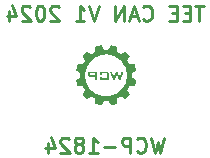
<source format=gbr>
%TF.GenerationSoftware,KiCad,Pcbnew,8.0.7-8.0.7-0~ubuntu24.04.1*%
%TF.CreationDate,2024-12-14T15:03:20-08:00*%
%TF.ProjectId,TEE-CAN,5445452d-4341-44e2-9e6b-696361645f70,1*%
%TF.SameCoordinates,Original*%
%TF.FileFunction,Legend,Bot*%
%TF.FilePolarity,Positive*%
%FSLAX46Y46*%
G04 Gerber Fmt 4.6, Leading zero omitted, Abs format (unit mm)*
G04 Created by KiCad (PCBNEW 8.0.7-8.0.7-0~ubuntu24.04.1) date 2024-12-14 15:03:20*
%MOMM*%
%LPD*%
G01*
G04 APERTURE LIST*
%ADD10C,0.254000*%
%ADD11C,0.000000*%
G04 APERTURE END LIST*
D10*
X214324524Y-138515368D02*
X214022143Y-139785368D01*
X214022143Y-139785368D02*
X213780238Y-138878225D01*
X213780238Y-138878225D02*
X213538333Y-139785368D01*
X213538333Y-139785368D02*
X213235953Y-138515368D01*
X212026428Y-139664415D02*
X212086904Y-139724892D01*
X212086904Y-139724892D02*
X212268333Y-139785368D01*
X212268333Y-139785368D02*
X212389285Y-139785368D01*
X212389285Y-139785368D02*
X212570714Y-139724892D01*
X212570714Y-139724892D02*
X212691666Y-139603939D01*
X212691666Y-139603939D02*
X212752143Y-139482987D01*
X212752143Y-139482987D02*
X212812619Y-139241082D01*
X212812619Y-139241082D02*
X212812619Y-139059653D01*
X212812619Y-139059653D02*
X212752143Y-138817749D01*
X212752143Y-138817749D02*
X212691666Y-138696796D01*
X212691666Y-138696796D02*
X212570714Y-138575844D01*
X212570714Y-138575844D02*
X212389285Y-138515368D01*
X212389285Y-138515368D02*
X212268333Y-138515368D01*
X212268333Y-138515368D02*
X212086904Y-138575844D01*
X212086904Y-138575844D02*
X212026428Y-138636320D01*
X211482143Y-139785368D02*
X211482143Y-138515368D01*
X211482143Y-138515368D02*
X210998333Y-138515368D01*
X210998333Y-138515368D02*
X210877381Y-138575844D01*
X210877381Y-138575844D02*
X210816904Y-138636320D01*
X210816904Y-138636320D02*
X210756428Y-138757272D01*
X210756428Y-138757272D02*
X210756428Y-138938701D01*
X210756428Y-138938701D02*
X210816904Y-139059653D01*
X210816904Y-139059653D02*
X210877381Y-139120130D01*
X210877381Y-139120130D02*
X210998333Y-139180606D01*
X210998333Y-139180606D02*
X211482143Y-139180606D01*
X210212143Y-139301558D02*
X209244524Y-139301558D01*
X207974523Y-139785368D02*
X208700238Y-139785368D01*
X208337381Y-139785368D02*
X208337381Y-138515368D01*
X208337381Y-138515368D02*
X208458333Y-138696796D01*
X208458333Y-138696796D02*
X208579285Y-138817749D01*
X208579285Y-138817749D02*
X208700238Y-138878225D01*
X207248809Y-139059653D02*
X207369761Y-138999177D01*
X207369761Y-138999177D02*
X207430238Y-138938701D01*
X207430238Y-138938701D02*
X207490714Y-138817749D01*
X207490714Y-138817749D02*
X207490714Y-138757272D01*
X207490714Y-138757272D02*
X207430238Y-138636320D01*
X207430238Y-138636320D02*
X207369761Y-138575844D01*
X207369761Y-138575844D02*
X207248809Y-138515368D01*
X207248809Y-138515368D02*
X207006904Y-138515368D01*
X207006904Y-138515368D02*
X206885952Y-138575844D01*
X206885952Y-138575844D02*
X206825476Y-138636320D01*
X206825476Y-138636320D02*
X206764999Y-138757272D01*
X206764999Y-138757272D02*
X206764999Y-138817749D01*
X206764999Y-138817749D02*
X206825476Y-138938701D01*
X206825476Y-138938701D02*
X206885952Y-138999177D01*
X206885952Y-138999177D02*
X207006904Y-139059653D01*
X207006904Y-139059653D02*
X207248809Y-139059653D01*
X207248809Y-139059653D02*
X207369761Y-139120130D01*
X207369761Y-139120130D02*
X207430238Y-139180606D01*
X207430238Y-139180606D02*
X207490714Y-139301558D01*
X207490714Y-139301558D02*
X207490714Y-139543463D01*
X207490714Y-139543463D02*
X207430238Y-139664415D01*
X207430238Y-139664415D02*
X207369761Y-139724892D01*
X207369761Y-139724892D02*
X207248809Y-139785368D01*
X207248809Y-139785368D02*
X207006904Y-139785368D01*
X207006904Y-139785368D02*
X206885952Y-139724892D01*
X206885952Y-139724892D02*
X206825476Y-139664415D01*
X206825476Y-139664415D02*
X206764999Y-139543463D01*
X206764999Y-139543463D02*
X206764999Y-139301558D01*
X206764999Y-139301558D02*
X206825476Y-139180606D01*
X206825476Y-139180606D02*
X206885952Y-139120130D01*
X206885952Y-139120130D02*
X207006904Y-139059653D01*
X206281190Y-138636320D02*
X206220714Y-138575844D01*
X206220714Y-138575844D02*
X206099761Y-138515368D01*
X206099761Y-138515368D02*
X205797380Y-138515368D01*
X205797380Y-138515368D02*
X205676428Y-138575844D01*
X205676428Y-138575844D02*
X205615952Y-138636320D01*
X205615952Y-138636320D02*
X205555475Y-138757272D01*
X205555475Y-138757272D02*
X205555475Y-138878225D01*
X205555475Y-138878225D02*
X205615952Y-139059653D01*
X205615952Y-139059653D02*
X206341666Y-139785368D01*
X206341666Y-139785368D02*
X205555475Y-139785368D01*
X204466904Y-138938701D02*
X204466904Y-139785368D01*
X204769285Y-138454892D02*
X205071666Y-139362034D01*
X205071666Y-139362034D02*
X204285475Y-139362034D01*
X217680952Y-127339368D02*
X216955238Y-127339368D01*
X217318095Y-128609368D02*
X217318095Y-127339368D01*
X216531905Y-127944130D02*
X216108571Y-127944130D01*
X215927143Y-128609368D02*
X216531905Y-128609368D01*
X216531905Y-128609368D02*
X216531905Y-127339368D01*
X216531905Y-127339368D02*
X215927143Y-127339368D01*
X215382857Y-127944130D02*
X214959523Y-127944130D01*
X214778095Y-128609368D02*
X215382857Y-128609368D01*
X215382857Y-128609368D02*
X215382857Y-127339368D01*
X215382857Y-127339368D02*
X214778095Y-127339368D01*
X212540475Y-128488415D02*
X212600951Y-128548892D01*
X212600951Y-128548892D02*
X212782380Y-128609368D01*
X212782380Y-128609368D02*
X212903332Y-128609368D01*
X212903332Y-128609368D02*
X213084761Y-128548892D01*
X213084761Y-128548892D02*
X213205713Y-128427939D01*
X213205713Y-128427939D02*
X213266190Y-128306987D01*
X213266190Y-128306987D02*
X213326666Y-128065082D01*
X213326666Y-128065082D02*
X213326666Y-127883653D01*
X213326666Y-127883653D02*
X213266190Y-127641749D01*
X213266190Y-127641749D02*
X213205713Y-127520796D01*
X213205713Y-127520796D02*
X213084761Y-127399844D01*
X213084761Y-127399844D02*
X212903332Y-127339368D01*
X212903332Y-127339368D02*
X212782380Y-127339368D01*
X212782380Y-127339368D02*
X212600951Y-127399844D01*
X212600951Y-127399844D02*
X212540475Y-127460320D01*
X212056666Y-128246511D02*
X211451904Y-128246511D01*
X212177618Y-128609368D02*
X211754285Y-127339368D01*
X211754285Y-127339368D02*
X211330951Y-128609368D01*
X210907619Y-128609368D02*
X210907619Y-127339368D01*
X210907619Y-127339368D02*
X210181904Y-128609368D01*
X210181904Y-128609368D02*
X210181904Y-127339368D01*
X208790952Y-127339368D02*
X208367619Y-128609368D01*
X208367619Y-128609368D02*
X207944285Y-127339368D01*
X206855714Y-128609368D02*
X207581429Y-128609368D01*
X207218572Y-128609368D02*
X207218572Y-127339368D01*
X207218572Y-127339368D02*
X207339524Y-127520796D01*
X207339524Y-127520796D02*
X207460476Y-127641749D01*
X207460476Y-127641749D02*
X207581429Y-127702225D01*
X205404286Y-127460320D02*
X205343810Y-127399844D01*
X205343810Y-127399844D02*
X205222857Y-127339368D01*
X205222857Y-127339368D02*
X204920476Y-127339368D01*
X204920476Y-127339368D02*
X204799524Y-127399844D01*
X204799524Y-127399844D02*
X204739048Y-127460320D01*
X204739048Y-127460320D02*
X204678571Y-127581272D01*
X204678571Y-127581272D02*
X204678571Y-127702225D01*
X204678571Y-127702225D02*
X204739048Y-127883653D01*
X204739048Y-127883653D02*
X205464762Y-128609368D01*
X205464762Y-128609368D02*
X204678571Y-128609368D01*
X203892381Y-127339368D02*
X203771428Y-127339368D01*
X203771428Y-127339368D02*
X203650476Y-127399844D01*
X203650476Y-127399844D02*
X203590000Y-127460320D01*
X203590000Y-127460320D02*
X203529524Y-127581272D01*
X203529524Y-127581272D02*
X203469047Y-127823177D01*
X203469047Y-127823177D02*
X203469047Y-128125558D01*
X203469047Y-128125558D02*
X203529524Y-128367463D01*
X203529524Y-128367463D02*
X203590000Y-128488415D01*
X203590000Y-128488415D02*
X203650476Y-128548892D01*
X203650476Y-128548892D02*
X203771428Y-128609368D01*
X203771428Y-128609368D02*
X203892381Y-128609368D01*
X203892381Y-128609368D02*
X204013333Y-128548892D01*
X204013333Y-128548892D02*
X204073809Y-128488415D01*
X204073809Y-128488415D02*
X204134286Y-128367463D01*
X204134286Y-128367463D02*
X204194762Y-128125558D01*
X204194762Y-128125558D02*
X204194762Y-127823177D01*
X204194762Y-127823177D02*
X204134286Y-127581272D01*
X204134286Y-127581272D02*
X204073809Y-127460320D01*
X204073809Y-127460320D02*
X204013333Y-127399844D01*
X204013333Y-127399844D02*
X203892381Y-127339368D01*
X202985238Y-127460320D02*
X202924762Y-127399844D01*
X202924762Y-127399844D02*
X202803809Y-127339368D01*
X202803809Y-127339368D02*
X202501428Y-127339368D01*
X202501428Y-127339368D02*
X202380476Y-127399844D01*
X202380476Y-127399844D02*
X202320000Y-127460320D01*
X202320000Y-127460320D02*
X202259523Y-127581272D01*
X202259523Y-127581272D02*
X202259523Y-127702225D01*
X202259523Y-127702225D02*
X202320000Y-127883653D01*
X202320000Y-127883653D02*
X203045714Y-128609368D01*
X203045714Y-128609368D02*
X202259523Y-128609368D01*
X201170952Y-127762701D02*
X201170952Y-128609368D01*
X201473333Y-127278892D02*
X201775714Y-128186034D01*
X201775714Y-128186034D02*
X200989523Y-128186034D01*
D11*
%TO.C,G\u002A\u002A\u002A*%
G36*
X208645511Y-133171857D02*
G01*
X208645637Y-133222741D01*
X208645694Y-133274517D01*
X208645682Y-133326184D01*
X208645600Y-133376739D01*
X208645449Y-133425180D01*
X208645226Y-133470506D01*
X208644933Y-133511715D01*
X208644567Y-133547804D01*
X208644129Y-133577773D01*
X208643618Y-133600618D01*
X208643033Y-133615339D01*
X208642374Y-133620933D01*
X208641775Y-133621318D01*
X208633421Y-133622886D01*
X208617701Y-133623915D01*
X208596805Y-133624437D01*
X208572924Y-133624484D01*
X208548248Y-133624086D01*
X208524967Y-133623276D01*
X208505271Y-133622084D01*
X208491350Y-133620542D01*
X208485396Y-133618682D01*
X208484586Y-133614630D01*
X208483400Y-133601428D01*
X208482145Y-133580615D01*
X208480896Y-133553639D01*
X208479725Y-133521946D01*
X208478706Y-133486985D01*
X208477956Y-133459760D01*
X208476909Y-133427600D01*
X208475828Y-133400002D01*
X208474774Y-133378363D01*
X208473811Y-133364085D01*
X208473000Y-133358565D01*
X208472858Y-133358504D01*
X208466237Y-133357921D01*
X208450564Y-133357195D01*
X208426825Y-133356353D01*
X208396003Y-133355424D01*
X208359083Y-133354435D01*
X208317050Y-133353414D01*
X208270888Y-133352390D01*
X208221580Y-133351391D01*
X208168360Y-133350353D01*
X208116492Y-133349254D01*
X208073114Y-133348126D01*
X208037335Y-133346842D01*
X208008267Y-133345280D01*
X207985022Y-133343313D01*
X207966710Y-133340818D01*
X207952442Y-133337669D01*
X207941330Y-133333741D01*
X207932485Y-133328910D01*
X207925017Y-133323051D01*
X207918038Y-133316040D01*
X207910660Y-133307751D01*
X207904503Y-133300399D01*
X207897836Y-133290743D01*
X207892725Y-133280019D01*
X207888991Y-133266930D01*
X207886454Y-133250176D01*
X207884932Y-133228460D01*
X207884245Y-133200483D01*
X207884214Y-133164947D01*
X207884535Y-133132761D01*
X208046320Y-133132761D01*
X208046358Y-133149806D01*
X208046731Y-133170338D01*
X208047804Y-133184086D01*
X208049933Y-133193131D01*
X208053476Y-133199559D01*
X208058790Y-133205450D01*
X208071259Y-133217920D01*
X208271606Y-133217920D01*
X208302131Y-133217909D01*
X208347520Y-133217823D01*
X208384206Y-133217621D01*
X208413116Y-133217266D01*
X208435174Y-133216722D01*
X208451304Y-133215952D01*
X208462430Y-133214920D01*
X208469478Y-133213589D01*
X208473372Y-133211922D01*
X208475037Y-133209884D01*
X208475599Y-133207107D01*
X208476596Y-133194996D01*
X208477396Y-133175710D01*
X208477928Y-133151227D01*
X208478120Y-133123524D01*
X208478120Y-133045200D01*
X208288890Y-133045321D01*
X208288585Y-133045321D01*
X208244851Y-133045474D01*
X208203607Y-133045854D01*
X208166132Y-133046430D01*
X208133702Y-133047175D01*
X208107598Y-133048058D01*
X208089096Y-133049050D01*
X208079477Y-133050121D01*
X208079072Y-133050216D01*
X208066252Y-133054023D01*
X208057277Y-133059567D01*
X208051471Y-133068530D01*
X208048160Y-133082595D01*
X208046668Y-133103445D01*
X208046320Y-133132761D01*
X207884535Y-133132761D01*
X207884657Y-133120553D01*
X207886300Y-132990167D01*
X207901766Y-132968153D01*
X207906785Y-132961736D01*
X207922892Y-132945731D01*
X207939866Y-132933440D01*
X207962500Y-132920740D01*
X208300320Y-132917688D01*
X208327367Y-132917451D01*
X208383771Y-132917000D01*
X208436787Y-132916636D01*
X208485570Y-132916361D01*
X208529272Y-132916178D01*
X208567047Y-132916089D01*
X208598049Y-132916096D01*
X208621432Y-132916201D01*
X208636348Y-132916408D01*
X208641950Y-132916718D01*
X208642123Y-132917129D01*
X208642773Y-132924808D01*
X208643359Y-132941394D01*
X208643882Y-132965885D01*
X208644340Y-132997280D01*
X208644732Y-133034577D01*
X208645059Y-133076773D01*
X208645319Y-133122867D01*
X208645322Y-133123524D01*
X208645511Y-133171857D01*
G37*
G36*
X209415879Y-132918816D02*
G01*
X209460605Y-132919173D01*
X209496395Y-132919785D01*
X209523573Y-132920656D01*
X209542469Y-132921790D01*
X209553406Y-132923193D01*
X209570587Y-132928728D01*
X209597313Y-132944636D01*
X209619584Y-132966920D01*
X209634667Y-132993223D01*
X209634724Y-132993372D01*
X209636836Y-132999550D01*
X209638599Y-133006695D01*
X209640045Y-133015725D01*
X209641205Y-133027561D01*
X209642110Y-133043121D01*
X209642792Y-133063325D01*
X209643282Y-133089092D01*
X209643610Y-133121342D01*
X209643809Y-133160993D01*
X209643909Y-133208966D01*
X209643942Y-133266180D01*
X209643938Y-133300039D01*
X209643871Y-133352400D01*
X209643705Y-133396054D01*
X209643410Y-133431928D01*
X209642956Y-133460949D01*
X209642316Y-133484046D01*
X209641459Y-133502145D01*
X209640358Y-133516173D01*
X209638983Y-133527060D01*
X209637306Y-133535730D01*
X209635296Y-133543114D01*
X209626681Y-133564023D01*
X209607623Y-133589617D01*
X209581467Y-133608020D01*
X209548494Y-133618988D01*
X209546602Y-133619274D01*
X209533945Y-133620185D01*
X209512705Y-133620981D01*
X209484102Y-133621662D01*
X209449356Y-133622225D01*
X209409690Y-133622667D01*
X209366324Y-133622986D01*
X209320479Y-133623180D01*
X209273376Y-133623247D01*
X209226236Y-133623185D01*
X209180280Y-133622990D01*
X209136729Y-133622662D01*
X209096804Y-133622198D01*
X209061726Y-133621596D01*
X209032716Y-133620852D01*
X209010995Y-133619967D01*
X208997964Y-133619232D01*
X208974374Y-133617565D01*
X208957675Y-133615544D01*
X208945592Y-133612707D01*
X208935854Y-133608594D01*
X208926186Y-133602741D01*
X208920000Y-133598109D01*
X208904375Y-133582748D01*
X208891861Y-133565882D01*
X208890875Y-133564182D01*
X208885918Y-133554664D01*
X208882221Y-133544677D01*
X208879439Y-133532284D01*
X208877222Y-133515550D01*
X208875224Y-133492540D01*
X208873096Y-133461316D01*
X208872774Y-133456192D01*
X208871092Y-133423525D01*
X208870515Y-133398583D01*
X208871046Y-133382157D01*
X208872691Y-133375037D01*
X208875802Y-133373440D01*
X208887556Y-133369645D01*
X208905749Y-133364751D01*
X208928198Y-133359253D01*
X208952727Y-133353641D01*
X208977153Y-133348410D01*
X208999299Y-133344052D01*
X209016985Y-133341058D01*
X209028030Y-133339923D01*
X209042000Y-133339840D01*
X209042000Y-133410960D01*
X209042000Y-133482080D01*
X209257900Y-133482080D01*
X209473800Y-133482080D01*
X209473800Y-133266180D01*
X209473800Y-133050280D01*
X209258681Y-133050280D01*
X209043562Y-133050280D01*
X209040238Y-133112089D01*
X209040186Y-133113052D01*
X209038722Y-133136907D01*
X209037186Y-133156747D01*
X209035756Y-133170527D01*
X209034612Y-133176202D01*
X209032312Y-133176422D01*
X209021504Y-133175651D01*
X209003479Y-133173647D01*
X208979992Y-133170612D01*
X208952799Y-133166751D01*
X208942684Y-133165231D01*
X208911220Y-133160045D01*
X208889111Y-133155504D01*
X208875749Y-133151467D01*
X208870525Y-133147795D01*
X208870272Y-133146707D01*
X208869857Y-133136872D01*
X208870238Y-133119553D01*
X208871346Y-133096833D01*
X208873110Y-133070796D01*
X208873946Y-133060538D01*
X208878266Y-133023256D01*
X208884455Y-132994206D01*
X208893269Y-132971865D01*
X208905462Y-132954711D01*
X208921791Y-132941220D01*
X208943010Y-132929872D01*
X208946618Y-132928390D01*
X208952398Y-132926628D01*
X208959927Y-132925139D01*
X208970047Y-132923893D01*
X208983599Y-132922862D01*
X209001424Y-132922014D01*
X209024363Y-132921320D01*
X209053257Y-132920750D01*
X209088946Y-132920273D01*
X209132273Y-132919861D01*
X209184077Y-132919483D01*
X209245200Y-132919109D01*
X209298309Y-132918851D01*
X209361889Y-132918710D01*
X209415879Y-132918816D01*
G37*
G36*
X210810285Y-132913329D02*
G01*
X210840917Y-132914462D01*
X210867324Y-132916437D01*
X210888022Y-132919093D01*
X210901529Y-132922268D01*
X210906360Y-132925801D01*
X210906301Y-132926118D01*
X210903921Y-132933215D01*
X210898325Y-132948711D01*
X210889865Y-132971680D01*
X210878889Y-133001199D01*
X210865748Y-133036344D01*
X210850792Y-133076192D01*
X210834372Y-133119818D01*
X210816836Y-133166299D01*
X210798536Y-133214712D01*
X210779821Y-133264132D01*
X210761042Y-133313635D01*
X210742548Y-133362298D01*
X210724689Y-133409197D01*
X210707817Y-133453409D01*
X210692279Y-133494009D01*
X210678428Y-133530073D01*
X210666613Y-133560679D01*
X210657183Y-133584901D01*
X210650490Y-133601817D01*
X210646883Y-133610503D01*
X210640430Y-133624627D01*
X210581775Y-133623203D01*
X210523121Y-133621780D01*
X210426630Y-133388386D01*
X210330138Y-133154992D01*
X210315400Y-133187726D01*
X210314048Y-133190788D01*
X210307750Y-133205607D01*
X210298339Y-133228232D01*
X210286311Y-133257451D01*
X210272161Y-133292052D01*
X210256386Y-133330825D01*
X210239481Y-133372558D01*
X210221943Y-133416040D01*
X210214096Y-133435503D01*
X210197456Y-133476565D01*
X210182035Y-133514335D01*
X210168257Y-133547789D01*
X210156549Y-133575903D01*
X210147335Y-133597654D01*
X210141040Y-133612017D01*
X210138090Y-133617970D01*
X210136020Y-133619403D01*
X210125060Y-133622138D01*
X210107847Y-133623870D01*
X210087102Y-133624606D01*
X210065550Y-133624352D01*
X210045913Y-133623114D01*
X210030916Y-133620899D01*
X210023280Y-133617711D01*
X210021673Y-133614771D01*
X210016410Y-133602934D01*
X210008138Y-133583120D01*
X209997220Y-133556264D01*
X209984017Y-133523301D01*
X209968892Y-133485168D01*
X209952206Y-133442800D01*
X209934322Y-133397131D01*
X209915600Y-133349098D01*
X209896404Y-133299635D01*
X209877096Y-133249678D01*
X209858037Y-133200163D01*
X209839589Y-133152024D01*
X209822114Y-133106198D01*
X209805975Y-133063619D01*
X209791533Y-133025223D01*
X209779151Y-132991946D01*
X209769189Y-132964722D01*
X209762011Y-132944487D01*
X209757979Y-132932177D01*
X209756347Y-132925367D01*
X209757962Y-132918578D01*
X209766983Y-132914934D01*
X209766987Y-132914933D01*
X209777173Y-132913872D01*
X209794056Y-132913627D01*
X209815229Y-132914069D01*
X209838284Y-132915071D01*
X209860812Y-132916502D01*
X209880405Y-132918236D01*
X209894655Y-132920143D01*
X209901153Y-132922095D01*
X209902832Y-132925699D01*
X209907780Y-132938034D01*
X209915552Y-132958165D01*
X209925783Y-132985117D01*
X209938106Y-133017921D01*
X209952154Y-133055604D01*
X209967561Y-133097194D01*
X209983960Y-133141720D01*
X209996954Y-133177098D01*
X210012591Y-133219665D01*
X210026917Y-133258659D01*
X210039567Y-133293086D01*
X210050176Y-133321951D01*
X210058377Y-133344261D01*
X210063807Y-133359022D01*
X210066100Y-133365240D01*
X210066122Y-133365297D01*
X210067179Y-133367595D01*
X210068493Y-133368468D01*
X210070390Y-133367193D01*
X210073193Y-133363041D01*
X210077229Y-133355287D01*
X210082822Y-133343206D01*
X210090296Y-133326071D01*
X210099978Y-133303157D01*
X210112191Y-133273736D01*
X210127261Y-133237084D01*
X210145512Y-133192474D01*
X210167270Y-133139180D01*
X210179695Y-133108841D01*
X210197011Y-133066928D01*
X210213097Y-133028417D01*
X210227523Y-132994312D01*
X210239861Y-132965615D01*
X210249683Y-132943330D01*
X210256559Y-132928461D01*
X210260061Y-132922010D01*
X210262000Y-132920087D01*
X210268371Y-132916583D01*
X210278764Y-132914456D01*
X210295222Y-132913403D01*
X210319786Y-132913120D01*
X210326226Y-132913143D01*
X210352482Y-132913987D01*
X210369212Y-132916079D01*
X210376888Y-132919470D01*
X210379242Y-132924169D01*
X210385104Y-132937554D01*
X210393973Y-132958567D01*
X210405450Y-132986242D01*
X210419140Y-133019614D01*
X210434642Y-133057718D01*
X210451560Y-133099588D01*
X210469497Y-133144260D01*
X210485414Y-133183930D01*
X210502384Y-133226007D01*
X210517945Y-133264364D01*
X210531707Y-133298048D01*
X210543276Y-133326105D01*
X210552264Y-133347582D01*
X210558277Y-133361525D01*
X210560925Y-133366983D01*
X210560990Y-133367047D01*
X210562573Y-133366828D01*
X210565100Y-133363516D01*
X210568829Y-133356468D01*
X210574019Y-133345041D01*
X210580929Y-133328591D01*
X210589817Y-133306474D01*
X210600942Y-133278048D01*
X210614564Y-133242669D01*
X210630940Y-133199693D01*
X210650330Y-133148478D01*
X210672993Y-133088380D01*
X210680434Y-133068747D01*
X210694516Y-133032285D01*
X210707655Y-132999135D01*
X210719337Y-132970542D01*
X210729051Y-132947750D01*
X210736281Y-132932005D01*
X210740517Y-132924550D01*
X210740879Y-132924145D01*
X210747430Y-132918366D01*
X210755916Y-132915027D01*
X210769073Y-132913490D01*
X210789640Y-132913120D01*
X210810285Y-132913329D01*
G37*
G36*
X211596635Y-133228252D02*
G01*
X211596605Y-133277288D01*
X211596755Y-133317150D01*
X211597113Y-133348731D01*
X211597709Y-133372928D01*
X211598575Y-133390634D01*
X211599740Y-133402745D01*
X211601234Y-133410156D01*
X211603087Y-133413762D01*
X211603640Y-133414215D01*
X211611281Y-133419136D01*
X211626571Y-133428304D01*
X211648507Y-133441141D01*
X211676086Y-133457066D01*
X211708306Y-133475501D01*
X211744165Y-133495864D01*
X211782660Y-133517578D01*
X211791760Y-133522696D01*
X211829576Y-133544026D01*
X211864426Y-133563773D01*
X211895326Y-133581375D01*
X211921294Y-133596269D01*
X211941345Y-133607890D01*
X211954497Y-133615675D01*
X211959767Y-133619061D01*
X211960188Y-133619804D01*
X211960707Y-133628663D01*
X211959305Y-133645583D01*
X211956242Y-133669064D01*
X211951778Y-133697605D01*
X211946172Y-133729703D01*
X211939683Y-133763860D01*
X211932570Y-133798572D01*
X211925093Y-133832341D01*
X211917511Y-133863663D01*
X211911482Y-133886795D01*
X211899897Y-133928906D01*
X211887693Y-133970686D01*
X211875275Y-134010950D01*
X211863045Y-134048510D01*
X211851405Y-134082182D01*
X211840759Y-134110777D01*
X211831510Y-134133111D01*
X211824060Y-134147997D01*
X211818812Y-134154249D01*
X211816144Y-134154563D01*
X211804267Y-134154862D01*
X211784232Y-134154879D01*
X211757295Y-134154626D01*
X211724712Y-134154117D01*
X211687742Y-134153367D01*
X211647640Y-134152388D01*
X211630059Y-134151929D01*
X211587972Y-134150872D01*
X211547709Y-134149913D01*
X211510938Y-134149091D01*
X211479323Y-134148440D01*
X211454532Y-134147998D01*
X211438231Y-134147801D01*
X211393522Y-134147560D01*
X211385712Y-134166252D01*
X211382253Y-134174065D01*
X211371574Y-134195881D01*
X211357031Y-134223687D01*
X211339623Y-134255689D01*
X211320348Y-134290093D01*
X211300204Y-134325107D01*
X211280190Y-134358936D01*
X211261302Y-134389788D01*
X211250666Y-134407112D01*
X211236978Y-134430462D01*
X211226067Y-134450357D01*
X211218850Y-134465106D01*
X211216241Y-134473019D01*
X211216552Y-134474413D01*
X211220746Y-134483921D01*
X211229405Y-134500810D01*
X211241978Y-134524086D01*
X211257913Y-134552751D01*
X211276660Y-134585810D01*
X211297666Y-134622268D01*
X211320381Y-134661129D01*
X211328924Y-134675659D01*
X211351008Y-134713375D01*
X211371194Y-134748066D01*
X211388935Y-134778781D01*
X211403684Y-134804565D01*
X211414896Y-134824466D01*
X211422023Y-134837531D01*
X211424521Y-134842807D01*
X211424499Y-134842954D01*
X211420756Y-134848595D01*
X211411309Y-134860412D01*
X211397205Y-134877159D01*
X211379489Y-134897592D01*
X211359208Y-134920468D01*
X211347493Y-134933416D01*
X211319723Y-134963285D01*
X211289466Y-134994882D01*
X211257588Y-135027383D01*
X211224954Y-135059963D01*
X211192426Y-135091798D01*
X211160871Y-135122063D01*
X211131153Y-135149934D01*
X211104136Y-135174586D01*
X211080685Y-135195195D01*
X211061665Y-135210937D01*
X211047939Y-135220986D01*
X211040372Y-135224520D01*
X211038912Y-135224106D01*
X211029561Y-135219689D01*
X211012822Y-135210876D01*
X210989668Y-135198207D01*
X210961072Y-135182225D01*
X210928006Y-135163472D01*
X210891445Y-135142488D01*
X210852360Y-135119816D01*
X210815368Y-135098363D01*
X210773338Y-135074327D01*
X210737400Y-135054185D01*
X210708070Y-135038215D01*
X210685864Y-135026698D01*
X210671298Y-135019914D01*
X210664888Y-135018143D01*
X210660900Y-135020181D01*
X210649024Y-135027033D01*
X210631310Y-135037654D01*
X210609372Y-135051072D01*
X210584827Y-135066317D01*
X210578108Y-135070491D01*
X210544601Y-135090704D01*
X210507082Y-135112568D01*
X210469666Y-135133713D01*
X210436467Y-135151768D01*
X210405476Y-135168624D01*
X210378987Y-135184290D01*
X210361819Y-135196232D01*
X210353915Y-135204487D01*
X210353735Y-135204861D01*
X210352134Y-135210726D01*
X210350912Y-135221004D01*
X210350058Y-135236516D01*
X210349561Y-135258082D01*
X210349409Y-135286522D01*
X210349591Y-135322656D01*
X210350096Y-135367305D01*
X210350911Y-135421290D01*
X210354266Y-135625680D01*
X210325190Y-135638539D01*
X210320057Y-135640780D01*
X210278960Y-135657059D01*
X210230434Y-135673590D01*
X210173943Y-135690525D01*
X210108951Y-135708019D01*
X210034922Y-135726224D01*
X209951320Y-135745292D01*
X209948364Y-135745943D01*
X209916931Y-135752673D01*
X209887967Y-135758547D01*
X209863332Y-135763210D01*
X209844884Y-135766310D01*
X209834480Y-135767494D01*
X209816700Y-135767828D01*
X209715585Y-135585461D01*
X209705292Y-135566929D01*
X209679311Y-135520515D01*
X209657647Y-135482444D01*
X209640007Y-135452230D01*
X209626098Y-135429388D01*
X209615626Y-135413432D01*
X209608300Y-135403876D01*
X209603825Y-135400236D01*
X209603340Y-135400126D01*
X209594148Y-135399314D01*
X209576667Y-135398651D01*
X209552316Y-135398134D01*
X209522515Y-135397761D01*
X209488682Y-135397527D01*
X209452237Y-135397429D01*
X209414598Y-135397463D01*
X209377185Y-135397627D01*
X209341417Y-135397916D01*
X209308713Y-135398328D01*
X209280492Y-135398858D01*
X209258173Y-135399504D01*
X209243176Y-135400261D01*
X209236919Y-135401127D01*
X209236367Y-135401705D01*
X209231428Y-135409138D01*
X209222290Y-135424213D01*
X209209518Y-135445957D01*
X209193675Y-135473394D01*
X209175325Y-135505550D01*
X209155031Y-135541450D01*
X209133359Y-135580120D01*
X209127526Y-135590562D01*
X209106080Y-135628804D01*
X209086121Y-135664165D01*
X209068222Y-135695644D01*
X209052957Y-135722241D01*
X209040900Y-135742954D01*
X209032623Y-135756783D01*
X209028701Y-135762728D01*
X209024719Y-135765696D01*
X209018240Y-135767163D01*
X209007499Y-135766919D01*
X208990588Y-135764917D01*
X208965597Y-135761107D01*
X208949280Y-135758307D01*
X208914479Y-135751408D01*
X208874882Y-135742606D01*
X208831825Y-135732277D01*
X208786645Y-135720797D01*
X208740680Y-135708542D01*
X208695266Y-135695889D01*
X208651741Y-135683214D01*
X208611442Y-135670893D01*
X208575705Y-135659303D01*
X208545868Y-135648820D01*
X208523268Y-135639819D01*
X208509242Y-135632678D01*
X208497184Y-135624782D01*
X208499307Y-135412748D01*
X208501431Y-135200713D01*
X208465646Y-135182247D01*
X208456459Y-135177479D01*
X208390829Y-135141991D01*
X208322596Y-135102845D01*
X208256231Y-135062595D01*
X208254744Y-135061667D01*
X208226955Y-135044951D01*
X208203833Y-135032239D01*
X208186586Y-135024153D01*
X208176421Y-135021320D01*
X208167968Y-135023685D01*
X208151533Y-135031104D01*
X208128312Y-135043117D01*
X208099208Y-135059255D01*
X208065125Y-135079050D01*
X208031366Y-135098988D01*
X207992920Y-135121621D01*
X207954038Y-135144448D01*
X207917778Y-135165673D01*
X207887195Y-135183503D01*
X207806810Y-135230226D01*
X207777975Y-135206584D01*
X207771425Y-135201169D01*
X207737667Y-135172184D01*
X207699954Y-135138358D01*
X207660644Y-135101903D01*
X207622093Y-135065030D01*
X207586658Y-135029951D01*
X207556694Y-134998879D01*
X207544025Y-134985241D01*
X207516561Y-134955239D01*
X207491013Y-134926758D01*
X207468225Y-134900776D01*
X207449036Y-134878274D01*
X207434288Y-134860230D01*
X207424823Y-134847625D01*
X207421480Y-134841437D01*
X207421705Y-134840347D01*
X207425484Y-134831859D01*
X207432963Y-134817822D01*
X207442884Y-134800635D01*
X207458782Y-134773990D01*
X207494823Y-134713455D01*
X207525952Y-134660958D01*
X207552433Y-134616040D01*
X207574529Y-134578243D01*
X207592502Y-134547107D01*
X207606618Y-134522175D01*
X207617138Y-134502988D01*
X207624326Y-134489088D01*
X207628446Y-134480016D01*
X207629760Y-134475314D01*
X207629527Y-134473915D01*
X207625551Y-134464116D01*
X207617256Y-134447565D01*
X207605425Y-134425721D01*
X207590841Y-134400042D01*
X207574289Y-134371989D01*
X207555881Y-134340907D01*
X207536040Y-134306574D01*
X207517047Y-134272946D01*
X207500397Y-134242672D01*
X207487584Y-134218398D01*
X207484800Y-134212989D01*
X207472776Y-134190769D01*
X207461869Y-134172313D01*
X207453183Y-134159413D01*
X207447824Y-134153864D01*
X207446235Y-134153571D01*
X207435649Y-134152871D01*
X207416477Y-134152221D01*
X207389841Y-134151638D01*
X207356863Y-134151141D01*
X207318662Y-134150748D01*
X207276361Y-134150477D01*
X207231080Y-134150346D01*
X207022863Y-134150100D01*
X207016825Y-134137400D01*
X207013343Y-134128844D01*
X207006920Y-134110756D01*
X206998609Y-134085851D01*
X206988910Y-134055757D01*
X206978323Y-134022102D01*
X206967351Y-133986513D01*
X206956493Y-133950619D01*
X206946251Y-133916046D01*
X206937126Y-133884424D01*
X206929618Y-133857378D01*
X206924230Y-133836538D01*
X206913528Y-133791153D01*
X206903858Y-133747582D01*
X206895984Y-133709202D01*
X206890074Y-133676936D01*
X206886297Y-133651710D01*
X206884822Y-133634447D01*
X206885816Y-133626071D01*
X206886679Y-133625207D01*
X206894810Y-133619530D01*
X206910508Y-133609659D01*
X206932801Y-133596171D01*
X206960718Y-133579645D01*
X206993285Y-133560657D01*
X207029531Y-133539785D01*
X207068484Y-133517605D01*
X207246220Y-133416957D01*
X207247448Y-133229808D01*
X207247456Y-133228578D01*
X207247509Y-133215667D01*
X207662243Y-133215667D01*
X207663709Y-133293442D01*
X207667773Y-133370315D01*
X207674371Y-133443453D01*
X207683436Y-133510020D01*
X207690840Y-133551825D01*
X207720374Y-133681186D01*
X207759083Y-133806799D01*
X207806622Y-133928274D01*
X207862647Y-134045226D01*
X207926813Y-134157265D01*
X207998774Y-134264005D01*
X208078186Y-134365058D01*
X208164704Y-134460037D01*
X208257982Y-134548553D01*
X208357675Y-134630219D01*
X208463440Y-134704647D01*
X208574929Y-134771450D01*
X208691799Y-134830240D01*
X208813705Y-134880629D01*
X208940302Y-134922230D01*
X208966947Y-134929612D01*
X209052767Y-134949947D01*
X209141155Y-134966100D01*
X209228512Y-134977479D01*
X209311240Y-134983489D01*
X209335846Y-134984477D01*
X209363510Y-134985620D01*
X209387757Y-134986656D01*
X209405220Y-134987443D01*
X209411330Y-134987634D01*
X209430974Y-134987704D01*
X209456903Y-134987331D01*
X209486458Y-134986560D01*
X209516980Y-134985441D01*
X209522841Y-134985183D01*
X209654712Y-134974228D01*
X209783644Y-134953568D01*
X209909498Y-134923249D01*
X210032139Y-134883314D01*
X210151429Y-134833808D01*
X210267234Y-134774774D01*
X210379417Y-134706257D01*
X210417672Y-134680238D01*
X210527990Y-134597600D01*
X210630301Y-134509087D01*
X210724453Y-134414934D01*
X210810291Y-134315379D01*
X210887663Y-134210659D01*
X210956417Y-134101012D01*
X211016398Y-133986674D01*
X211067456Y-133867882D01*
X211109435Y-133744875D01*
X211142184Y-133617888D01*
X211165550Y-133487160D01*
X211179158Y-133363847D01*
X211185237Y-133227557D01*
X211181549Y-133093981D01*
X211168112Y-132963182D01*
X211144943Y-132835225D01*
X211112059Y-132710176D01*
X211069478Y-132588098D01*
X211017217Y-132469057D01*
X210955293Y-132353117D01*
X210883724Y-132240343D01*
X210802527Y-132130800D01*
X210790454Y-132116043D01*
X210761702Y-132082903D01*
X210727967Y-132046045D01*
X210690887Y-132007117D01*
X210652101Y-131967768D01*
X210613248Y-131929646D01*
X210575964Y-131894399D01*
X210541889Y-131863677D01*
X210512660Y-131839127D01*
X210474735Y-131809684D01*
X210368893Y-131735374D01*
X210259952Y-131670305D01*
X210147479Y-131614316D01*
X210031040Y-131567243D01*
X209910204Y-131528925D01*
X209784537Y-131499197D01*
X209653607Y-131477899D01*
X209516980Y-131464866D01*
X209489980Y-131463356D01*
X209360644Y-131462210D01*
X209231644Y-131470986D01*
X209103624Y-131489493D01*
X208977231Y-131517544D01*
X208853110Y-131554949D01*
X208731908Y-131601518D01*
X208614271Y-131657063D01*
X208500843Y-131721394D01*
X208392272Y-131794323D01*
X208287021Y-131876942D01*
X208187768Y-131967326D01*
X208096378Y-132063926D01*
X208013049Y-132166401D01*
X207937981Y-132274414D01*
X207871373Y-132387625D01*
X207813424Y-132505696D01*
X207764333Y-132628287D01*
X207724298Y-132755061D01*
X207693520Y-132885678D01*
X207672197Y-133019800D01*
X207667364Y-133068757D01*
X207663439Y-133139827D01*
X207662243Y-133215667D01*
X207247509Y-133215667D01*
X207247630Y-133185884D01*
X207247599Y-133146344D01*
X207247379Y-133111126D01*
X207246984Y-133081398D01*
X207246431Y-133058326D01*
X207245733Y-133043080D01*
X207244908Y-133036825D01*
X207244463Y-133036376D01*
X207237391Y-133031575D01*
X207222663Y-133022520D01*
X207201257Y-133009783D01*
X207174151Y-132993937D01*
X207142324Y-132975555D01*
X207106754Y-132955210D01*
X207068420Y-132933475D01*
X207059785Y-132928596D01*
X207021770Y-132907030D01*
X206986587Y-132886931D01*
X206955241Y-132868884D01*
X206928737Y-132853472D01*
X206908079Y-132841279D01*
X206894273Y-132832887D01*
X206888324Y-132828882D01*
X206886323Y-132825954D01*
X206884292Y-132816518D01*
X206884525Y-132801310D01*
X206887132Y-132779668D01*
X206892220Y-132750934D01*
X206899899Y-132714446D01*
X206910278Y-132669547D01*
X206923464Y-132615575D01*
X206928802Y-132594321D01*
X206945591Y-132529864D01*
X206961549Y-132472259D01*
X206976525Y-132421952D01*
X206990368Y-132379392D01*
X207002927Y-132345025D01*
X207014051Y-132319299D01*
X207023590Y-132302661D01*
X207031393Y-132295559D01*
X207032406Y-132295360D01*
X207042248Y-132294753D01*
X207060779Y-132294358D01*
X207086839Y-132294175D01*
X207119271Y-132294205D01*
X207156916Y-132294446D01*
X207198616Y-132294900D01*
X207243212Y-132295566D01*
X207256273Y-132295778D01*
X207299844Y-132296356D01*
X207339987Y-132296692D01*
X207375580Y-132296792D01*
X207405502Y-132296658D01*
X207428632Y-132296295D01*
X207443847Y-132295705D01*
X207450026Y-132294893D01*
X207450266Y-132294693D01*
X207455142Y-132288102D01*
X207464059Y-132274011D01*
X207476312Y-132253672D01*
X207491198Y-132228335D01*
X207508011Y-132199254D01*
X207526046Y-132167680D01*
X207544598Y-132134866D01*
X207562964Y-132102063D01*
X207580437Y-132070523D01*
X207596314Y-132041498D01*
X207609890Y-132016241D01*
X207620459Y-131996003D01*
X207627318Y-131982037D01*
X207629760Y-131975593D01*
X207629557Y-131974595D01*
X207625704Y-131965781D01*
X207617386Y-131949508D01*
X207605155Y-131926778D01*
X207589565Y-131898592D01*
X207571167Y-131865953D01*
X207550515Y-131829863D01*
X207528160Y-131791324D01*
X207521693Y-131780228D01*
X207499768Y-131742299D01*
X207479700Y-131707117D01*
X207462043Y-131675680D01*
X207447348Y-131648989D01*
X207436167Y-131628043D01*
X207429054Y-131613844D01*
X207426560Y-131607389D01*
X207426737Y-131606083D01*
X207431776Y-131596128D01*
X207443155Y-131580238D01*
X207460058Y-131559309D01*
X207481665Y-131534236D01*
X207507162Y-131505914D01*
X207535728Y-131475240D01*
X207566549Y-131443108D01*
X207598805Y-131410413D01*
X207631679Y-131378052D01*
X207664355Y-131346919D01*
X207678154Y-131334044D01*
X207713169Y-131301788D01*
X207741910Y-131276069D01*
X207765021Y-131256374D01*
X207783145Y-131242191D01*
X207796924Y-131233006D01*
X207807002Y-131228307D01*
X207814021Y-131227581D01*
X207815078Y-131227918D01*
X207824126Y-131232265D01*
X207840611Y-131241085D01*
X207863525Y-131253808D01*
X207891858Y-131269862D01*
X207924600Y-131288678D01*
X207960743Y-131309684D01*
X207999277Y-131332310D01*
X208011222Y-131339353D01*
X208048712Y-131361374D01*
X208083221Y-131381522D01*
X208113789Y-131399244D01*
X208139457Y-131413989D01*
X208159266Y-131425205D01*
X208172257Y-131432339D01*
X208177470Y-131434840D01*
X208179985Y-131433788D01*
X208190223Y-131428207D01*
X208207039Y-131418473D01*
X208229177Y-131405327D01*
X208255383Y-131389508D01*
X208284401Y-131371758D01*
X208295759Y-131364796D01*
X208328675Y-131344917D01*
X208361323Y-131325587D01*
X208391620Y-131308020D01*
X208417481Y-131293428D01*
X208436822Y-131283026D01*
X208453568Y-131274178D01*
X208472259Y-131263653D01*
X208486179Y-131255053D01*
X208493159Y-131249662D01*
X208493310Y-131249464D01*
X208494960Y-131244666D01*
X208496339Y-131234866D01*
X208497471Y-131219329D01*
X208498381Y-131197317D01*
X208499092Y-131168094D01*
X208499628Y-131130922D01*
X208500013Y-131085064D01*
X208500270Y-131029784D01*
X208500980Y-130817620D01*
X208609907Y-130781214D01*
X208628480Y-130775104D01*
X208674454Y-130760707D01*
X208722172Y-130746667D01*
X208770366Y-130733291D01*
X208817767Y-130720883D01*
X208863106Y-130709748D01*
X208905115Y-130700193D01*
X208942525Y-130692522D01*
X208974067Y-130687040D01*
X208998473Y-130684053D01*
X209014473Y-130683867D01*
X209014668Y-130683890D01*
X209018611Y-130684939D01*
X209022879Y-130687624D01*
X209027989Y-130692747D01*
X209034459Y-130701110D01*
X209042806Y-130713516D01*
X209053546Y-130730766D01*
X209067198Y-130753664D01*
X209084279Y-130783010D01*
X209105306Y-130819608D01*
X209130795Y-130864259D01*
X209139320Y-130879210D01*
X209161009Y-130917176D01*
X209180966Y-130952009D01*
X209198644Y-130982759D01*
X209213494Y-131008476D01*
X209224969Y-131028211D01*
X209232520Y-131041012D01*
X209235599Y-131045931D01*
X209240975Y-131046613D01*
X209255392Y-131047292D01*
X209277684Y-131047929D01*
X209306696Y-131048503D01*
X209341274Y-131048991D01*
X209380263Y-131049370D01*
X209422509Y-131049617D01*
X209443052Y-131049690D01*
X209488807Y-131049763D01*
X209525701Y-131049646D01*
X209554668Y-131049308D01*
X209576641Y-131048717D01*
X209592552Y-131047843D01*
X209603335Y-131046654D01*
X209609922Y-131045118D01*
X209613248Y-131043204D01*
X209613787Y-131042522D01*
X209618854Y-131034558D01*
X209628142Y-131018969D01*
X209641078Y-130996754D01*
X209657085Y-130968915D01*
X209675588Y-130936450D01*
X209696009Y-130900362D01*
X209717774Y-130861649D01*
X209723609Y-130851257D01*
X209745065Y-130813366D01*
X209765066Y-130778538D01*
X209783036Y-130747745D01*
X209798398Y-130721957D01*
X209810574Y-130702147D01*
X209818988Y-130689286D01*
X209823063Y-130684344D01*
X209823101Y-130684330D01*
X209831897Y-130683935D01*
X209849052Y-130685611D01*
X209873052Y-130689086D01*
X209902383Y-130694086D01*
X209935533Y-130700340D01*
X209970988Y-130707575D01*
X210007235Y-130715518D01*
X210042760Y-130723898D01*
X210061342Y-130728541D01*
X210106070Y-130740339D01*
X210150333Y-130752820D01*
X210192957Y-130765592D01*
X210232769Y-130778261D01*
X210268595Y-130790433D01*
X210299259Y-130801716D01*
X210323589Y-130811716D01*
X210340410Y-130820041D01*
X210348547Y-130826296D01*
X210348919Y-130827654D01*
X210349706Y-130837729D01*
X210350268Y-130856445D01*
X210350599Y-130882716D01*
X210350694Y-130915453D01*
X210350548Y-130953569D01*
X210350158Y-130995977D01*
X210349516Y-131041588D01*
X210346095Y-131250317D01*
X210414138Y-131285992D01*
X210430558Y-131294709D01*
X210473132Y-131318132D01*
X210517285Y-131343431D01*
X210560338Y-131369027D01*
X210599613Y-131393338D01*
X210632430Y-131414784D01*
X210632734Y-131414990D01*
X210648553Y-131424997D01*
X210661817Y-131432124D01*
X210669683Y-131434839D01*
X210673839Y-131433676D01*
X210685762Y-131428164D01*
X210702566Y-131419153D01*
X210722032Y-131407790D01*
X210725057Y-131405961D01*
X210742825Y-131395310D01*
X210767421Y-131380664D01*
X210797280Y-131362950D01*
X210830836Y-131343095D01*
X210866525Y-131322028D01*
X210902781Y-131300677D01*
X210906730Y-131298354D01*
X210944164Y-131276390D01*
X210973938Y-131259091D01*
X210997029Y-131245974D01*
X211014418Y-131236558D01*
X211027084Y-131230360D01*
X211036006Y-131226896D01*
X211042163Y-131225686D01*
X211046535Y-131226246D01*
X211050101Y-131228093D01*
X211056252Y-131232609D01*
X211071417Y-131245030D01*
X211091735Y-131262625D01*
X211115902Y-131284189D01*
X211142610Y-131308518D01*
X211170552Y-131334406D01*
X211198423Y-131360650D01*
X211224915Y-131386044D01*
X211248722Y-131409385D01*
X211268538Y-131429468D01*
X211294757Y-131457124D01*
X211322670Y-131487499D01*
X211348637Y-131516691D01*
X211371803Y-131543680D01*
X211391316Y-131567449D01*
X211406319Y-131586978D01*
X211415960Y-131601250D01*
X211419382Y-131609246D01*
X211417884Y-131613063D01*
X211411860Y-131624942D01*
X211401796Y-131643658D01*
X211388310Y-131668127D01*
X211372020Y-131697267D01*
X211353543Y-131729991D01*
X211333497Y-131765216D01*
X211312498Y-131801857D01*
X211291166Y-131838831D01*
X211270117Y-131875053D01*
X211249968Y-131909438D01*
X211231339Y-131940903D01*
X211214845Y-131968363D01*
X211214379Y-131971492D01*
X211216749Y-131979923D01*
X211223063Y-131993707D01*
X211233728Y-132013630D01*
X211249147Y-132040480D01*
X211269727Y-132075043D01*
X211272658Y-132079920D01*
X211292673Y-132113640D01*
X211313042Y-132148597D01*
X211332346Y-132182318D01*
X211349168Y-132212328D01*
X211362090Y-132236155D01*
X211394875Y-132298331D01*
X211611231Y-132299655D01*
X211827588Y-132300980D01*
X211849963Y-132364480D01*
X211863612Y-132404673D01*
X211879123Y-132453654D01*
X211894278Y-132504737D01*
X211908708Y-132556459D01*
X211922043Y-132607357D01*
X211933914Y-132655966D01*
X211943953Y-132700824D01*
X211951790Y-132740466D01*
X211957055Y-132773430D01*
X211959380Y-132798251D01*
X211960460Y-132828163D01*
X211927440Y-132848544D01*
X211921987Y-132851845D01*
X211905392Y-132861622D01*
X211882005Y-132875189D01*
X211853190Y-132891761D01*
X211820312Y-132910557D01*
X211784735Y-132930792D01*
X211747821Y-132951684D01*
X211723801Y-132965257D01*
X211690511Y-132984110D01*
X211660827Y-133000972D01*
X211635799Y-133015243D01*
X211616475Y-133026325D01*
X211603906Y-133033619D01*
X211599140Y-133036527D01*
X211598658Y-133041788D01*
X211598188Y-133056081D01*
X211597752Y-133078255D01*
X211597364Y-133107164D01*
X211597040Y-133141660D01*
X211596796Y-133180597D01*
X211596646Y-133222829D01*
X211596636Y-133227557D01*
X211596635Y-133228252D01*
G37*
%TD*%
M02*

</source>
